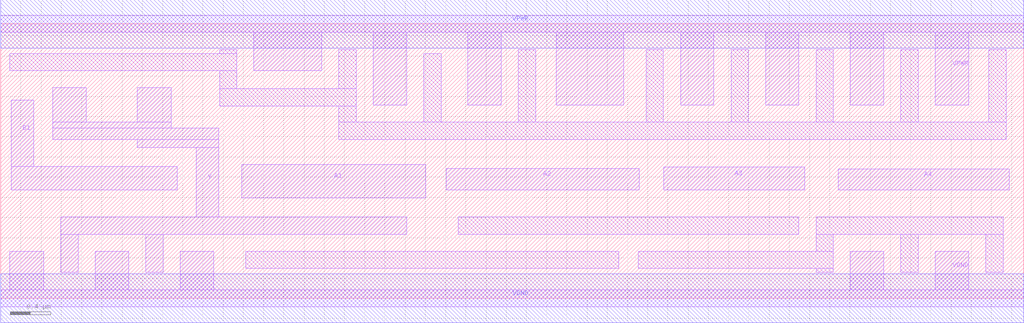
<source format=lef>
# Copyright 2020 The SkyWater PDK Authors
#
# Licensed under the Apache License, Version 2.0 (the "License");
# you may not use this file except in compliance with the License.
# You may obtain a copy of the License at
#
#     https://www.apache.org/licenses/LICENSE-2.0
#
# Unless required by applicable law or agreed to in writing, software
# distributed under the License is distributed on an "AS IS" BASIS,
# WITHOUT WARRANTIES OR CONDITIONS OF ANY KIND, either express or implied.
# See the License for the specific language governing permissions and
# limitations under the License.
#
# SPDX-License-Identifier: Apache-2.0

VERSION 5.5 ;
NAMESCASESENSITIVE ON ;
BUSBITCHARS "[]" ;
DIVIDERCHAR "/" ;
MACRO sky130_fd_sc_hd__a41oi_4
  CLASS CORE ;
  SOURCE USER ;
  ORIGIN  0.000000  0.000000 ;
  SIZE  10.12000 BY  2.720000 ;
  SYMMETRY X Y R90 ;
  SITE unithd ;
  PIN A1
    ANTENNAGATEAREA  0.990000 ;
    DIRECTION INPUT ;
    USE SIGNAL ;
    PORT
      LAYER li1 ;
        RECT 2.385000 0.995000 4.205000 1.325000 ;
    END
  END A1
  PIN A2
    ANTENNAGATEAREA  0.990000 ;
    DIRECTION INPUT ;
    USE SIGNAL ;
    PORT
      LAYER li1 ;
        RECT 4.405000 1.075000 6.315000 1.285000 ;
    END
  END A2
  PIN A3
    ANTENNAGATEAREA  0.990000 ;
    DIRECTION INPUT ;
    USE SIGNAL ;
    PORT
      LAYER li1 ;
        RECT 6.560000 1.075000 7.955000 1.300000 ;
    END
  END A3
  PIN A4
    ANTENNAGATEAREA  0.990000 ;
    DIRECTION INPUT ;
    USE SIGNAL ;
    PORT
      LAYER li1 ;
        RECT 8.285000 1.075000 9.975000 1.280000 ;
    END
  END A4
  PIN B1
    ANTENNAGATEAREA  0.990000 ;
    DIRECTION INPUT ;
    USE SIGNAL ;
    PORT
      LAYER li1 ;
        RECT 0.105000 1.075000 1.745000 1.305000 ;
        RECT 0.105000 1.305000 0.325000 1.965000 ;
    END
  END B1
  PIN Y
    ANTENNADIFFAREA  1.242000 ;
    DIRECTION OUTPUT ;
    USE SIGNAL ;
    PORT
      LAYER li1 ;
        RECT 0.515000 1.575000 2.155000 1.685000 ;
        RECT 0.515000 1.685000 1.685000 1.745000 ;
        RECT 0.515000 1.745000 0.845000 2.085000 ;
        RECT 0.595000 0.255000 0.765000 0.635000 ;
        RECT 0.595000 0.635000 4.015000 0.805000 ;
        RECT 1.350000 1.495000 2.155000 1.575000 ;
        RECT 1.350000 1.745000 1.685000 2.085000 ;
        RECT 1.435000 0.255000 1.605000 0.635000 ;
        RECT 1.935000 0.805000 2.155000 1.495000 ;
    END
  END Y
  PIN VGND
    DIRECTION INOUT ;
    SHAPE ABUTMENT ;
    USE GROUND ;
    PORT
      LAYER li1 ;
        RECT 0.000000 -0.085000 10.120000 0.085000 ;
        RECT 0.090000  0.085000  0.425000 0.465000 ;
        RECT 0.935000  0.085000  1.265000 0.465000 ;
        RECT 1.775000  0.085000  2.105000 0.465000 ;
        RECT 8.405000  0.085000  8.735000 0.465000 ;
        RECT 9.245000  0.085000  9.575000 0.465000 ;
    END
    PORT
      LAYER met1 ;
        RECT 0.000000 -0.240000 10.120000 0.240000 ;
    END
  END VGND
  PIN VNB
    DIRECTION INOUT ;
    USE GROUND ;
    PORT
    END
  END VNB
  PIN VPB
    DIRECTION INOUT ;
    USE POWER ;
    PORT
    END
  END VPB
  PIN VPWR
    DIRECTION INOUT ;
    SHAPE ABUTMENT ;
    USE POWER ;
    PORT
      LAYER li1 ;
        RECT 0.000000 2.635000 10.120000 2.805000 ;
        RECT 2.505000 2.255000  3.175000 2.635000 ;
        RECT 3.685000 1.915000  4.015000 2.635000 ;
        RECT 4.620000 1.915000  4.950000 2.635000 ;
        RECT 5.495000 1.915000  6.165000 2.635000 ;
        RECT 6.725000 1.915000  7.055000 2.635000 ;
        RECT 7.565000 1.915000  7.895000 2.635000 ;
        RECT 8.405000 1.915000  8.735000 2.635000 ;
        RECT 9.245000 1.915000  9.575000 2.635000 ;
    END
    PORT
      LAYER met1 ;
        RECT 0.000000 2.480000 10.120000 2.960000 ;
    END
  END VPWR
  OBS
    LAYER li1 ;
      RECT 0.090000 2.255000 2.335000 2.425000 ;
      RECT 2.165000 1.905000 3.515000 2.075000 ;
      RECT 2.165000 2.075000 2.335000 2.255000 ;
      RECT 2.165000 2.425000 2.335000 2.465000 ;
      RECT 2.425000 0.295000 6.115000 0.465000 ;
      RECT 3.345000 1.575000 9.945000 1.745000 ;
      RECT 3.345000 1.745000 3.515000 1.905000 ;
      RECT 3.345000 2.075000 3.515000 2.465000 ;
      RECT 4.185000 1.745000 4.355000 2.425000 ;
      RECT 4.525000 0.635000 7.895000 0.805000 ;
      RECT 5.120000 1.745000 5.290000 2.465000 ;
      RECT 6.305000 0.295000 8.235000 0.465000 ;
      RECT 6.385000 1.745000 6.555000 2.465000 ;
      RECT 7.225000 1.745000 7.395000 2.465000 ;
      RECT 8.065000 0.255000 8.235000 0.295000 ;
      RECT 8.065000 0.465000 8.235000 0.635000 ;
      RECT 8.065000 0.635000 9.915000 0.805000 ;
      RECT 8.065000 1.745000 8.235000 2.465000 ;
      RECT 8.905000 0.255000 9.075000 0.635000 ;
      RECT 8.905000 1.745000 9.075000 2.465000 ;
      RECT 9.745000 0.255000 9.915000 0.635000 ;
      RECT 9.775000 1.745000 9.945000 2.465000 ;
  END
END sky130_fd_sc_hd__a41oi_4
END LIBRARY

</source>
